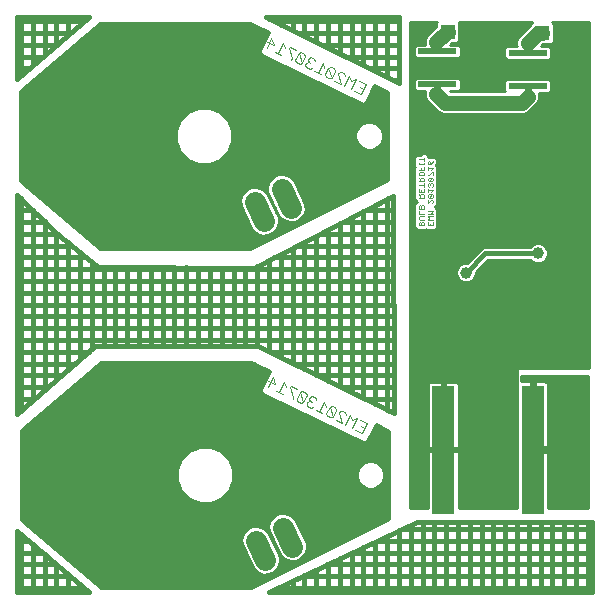
<source format=gbl>
G75*
G70*
%OFA0B0*%
%FSLAX24Y24*%
%IPPOS*%
%LPD*%
%AMOC8*
5,1,8,0,0,1.08239X$1,22.5*
%
%ADD10C,0.0030*%
%ADD11C,0.0040*%
%ADD12C,0.0709*%
%ADD13R,0.1299X0.0512*%
%ADD14R,0.0197X0.0354*%
%ADD15R,0.1299X0.0197*%
%ADD16R,0.0750X0.4250*%
%ADD17C,0.0100*%
%ADD18C,0.0396*%
%ADD19C,0.0120*%
%ADD20C,0.0160*%
%ADD21C,0.0240*%
%ADD22C,0.0500*%
%ADD23R,0.0500X0.0500*%
D10*
X010799Y012645D02*
X011021Y012537D01*
X010910Y012591D02*
X011072Y012924D01*
X011129Y012759D01*
X011265Y012761D02*
X011379Y012431D01*
X011296Y012403D01*
X011185Y012457D01*
X011157Y012539D01*
X011265Y012761D01*
X011348Y012790D01*
X011458Y012736D01*
X011487Y012653D01*
X011379Y012431D01*
X011461Y012322D02*
X011683Y012214D01*
X011569Y012544D01*
X011596Y012600D01*
X011679Y012628D01*
X011790Y012574D01*
X011818Y012492D01*
X011954Y012494D02*
X011792Y012161D01*
X012014Y012053D02*
X012176Y012386D01*
X012011Y012329D01*
X011954Y012494D01*
X012285Y012332D02*
X012507Y012224D01*
X012345Y011891D01*
X012123Y011999D01*
X012315Y012112D02*
X012426Y012058D01*
X010825Y012976D02*
X010796Y013058D01*
X010685Y013113D01*
X010603Y013084D01*
X010576Y013029D01*
X010604Y012946D01*
X010522Y012918D01*
X010495Y012862D01*
X010523Y012780D01*
X010634Y012726D01*
X010717Y012754D01*
X010660Y012919D02*
X010604Y012946D01*
X010386Y012915D02*
X010272Y013246D01*
X010164Y013024D01*
X010192Y012941D01*
X010303Y012887D01*
X010386Y012915D01*
X010494Y013137D01*
X010465Y013220D01*
X010354Y013274D01*
X010272Y013246D01*
X010190Y013354D02*
X009968Y013463D01*
X009941Y013407D01*
X010055Y013077D01*
X010027Y013021D01*
X009696Y013183D02*
X009475Y013291D01*
X009585Y013237D02*
X009748Y013570D01*
X009805Y013405D01*
X009447Y013511D02*
X009225Y013619D01*
X009361Y013758D02*
X009447Y013511D01*
X009361Y013758D02*
X009199Y013426D01*
X012305Y023190D02*
X012083Y023299D01*
X011974Y023352D02*
X012137Y023685D01*
X011972Y023628D01*
X011915Y023793D01*
X011752Y023460D01*
X011643Y023513D02*
X011530Y023843D01*
X011557Y023899D01*
X011639Y023927D01*
X011750Y023873D01*
X011779Y023791D01*
X011643Y023513D02*
X011421Y023622D01*
X011339Y023730D02*
X011226Y024060D01*
X011117Y023839D01*
X011146Y023756D01*
X011257Y023702D01*
X011339Y023730D01*
X011448Y023952D01*
X011419Y024035D01*
X011308Y024089D01*
X011226Y024060D01*
X011089Y024058D02*
X011033Y024223D01*
X010870Y023890D01*
X010981Y023836D02*
X010759Y023945D01*
X010677Y024053D02*
X010595Y024025D01*
X010484Y024079D01*
X010455Y024161D01*
X010482Y024217D01*
X010565Y024245D01*
X010620Y024218D01*
X010565Y024245D02*
X010537Y024328D01*
X010564Y024383D01*
X010646Y024412D01*
X010757Y024358D01*
X010785Y024275D01*
X010454Y024437D02*
X010426Y024519D01*
X010315Y024573D01*
X010233Y024545D01*
X010346Y024215D01*
X010264Y024186D01*
X010153Y024240D01*
X010124Y024323D01*
X010233Y024545D01*
X010150Y024653D02*
X009929Y024762D01*
X009901Y024706D01*
X010015Y024376D01*
X009988Y024321D01*
X010346Y024215D02*
X010454Y024437D01*
X009765Y024704D02*
X009708Y024869D01*
X009546Y024536D01*
X009657Y024482D02*
X009435Y024590D01*
X009407Y024810D02*
X009185Y024918D01*
X009160Y024725D02*
X009322Y025058D01*
X009407Y024810D01*
X012246Y023632D02*
X012468Y023523D01*
X012305Y023190D01*
X012387Y023357D02*
X012276Y023411D01*
D11*
X014239Y021012D02*
X014399Y021012D01*
X014399Y021065D02*
X014399Y020958D01*
X014399Y020889D02*
X014399Y020835D01*
X014399Y020862D02*
X014239Y020862D01*
X014239Y020835D02*
X014239Y020889D01*
X014319Y020705D02*
X014319Y020651D01*
X014239Y020651D02*
X014399Y020651D01*
X014399Y020758D01*
X014539Y020758D02*
X014539Y020651D01*
X014539Y020705D02*
X014699Y020705D01*
X014646Y020651D01*
X014673Y020574D02*
X014566Y020467D01*
X014539Y020467D01*
X014566Y020390D02*
X014539Y020363D01*
X014539Y020310D01*
X014566Y020283D01*
X014673Y020390D01*
X014566Y020390D01*
X014673Y020390D02*
X014699Y020363D01*
X014699Y020310D01*
X014673Y020283D01*
X014566Y020283D01*
X014566Y020206D02*
X014539Y020179D01*
X014539Y020125D01*
X014566Y020099D01*
X014619Y020152D02*
X014619Y020179D01*
X014593Y020206D01*
X014566Y020206D01*
X014619Y020179D02*
X014646Y020206D01*
X014673Y020206D01*
X014699Y020179D01*
X014699Y020125D01*
X014673Y020099D01*
X014699Y019968D02*
X014539Y019968D01*
X014539Y019915D02*
X014539Y020021D01*
X014399Y020021D02*
X014399Y019915D01*
X014239Y019915D01*
X014239Y020021D01*
X014319Y019968D02*
X014319Y019915D01*
X014319Y019837D02*
X014293Y019811D01*
X014293Y019730D01*
X014239Y019730D02*
X014399Y019730D01*
X014399Y019811D01*
X014373Y019837D01*
X014319Y019837D01*
X014293Y019784D02*
X014239Y019837D01*
X014399Y020099D02*
X014399Y020206D01*
X014399Y020152D02*
X014239Y020152D01*
X014239Y020283D02*
X014399Y020283D01*
X014399Y020363D01*
X014373Y020390D01*
X014319Y020390D01*
X014293Y020363D01*
X014293Y020283D01*
X014293Y020336D02*
X014239Y020390D01*
X014266Y020467D02*
X014239Y020494D01*
X014239Y020547D01*
X014266Y020574D01*
X014373Y020574D01*
X014399Y020547D01*
X014399Y020494D01*
X014373Y020467D01*
X014266Y020467D01*
X014673Y020574D02*
X014699Y020574D01*
X014699Y020467D01*
X014619Y020835D02*
X014619Y020915D01*
X014593Y020942D01*
X014566Y020942D01*
X014539Y020915D01*
X014539Y020862D01*
X014566Y020835D01*
X014619Y020835D01*
X014673Y020889D01*
X014699Y020942D01*
X014699Y019968D02*
X014646Y019915D01*
X014673Y019837D02*
X014566Y019730D01*
X014539Y019757D01*
X014539Y019811D01*
X014566Y019837D01*
X014673Y019837D01*
X014699Y019811D01*
X014699Y019757D01*
X014673Y019730D01*
X014566Y019730D01*
X014539Y019653D02*
X014539Y019546D01*
X014646Y019653D01*
X014673Y019653D01*
X014699Y019626D01*
X014699Y019573D01*
X014673Y019546D01*
X014699Y019285D02*
X014539Y019285D01*
X014539Y019178D02*
X014699Y019178D01*
X014646Y019231D01*
X014699Y019285D01*
X014699Y019101D02*
X014539Y019101D01*
X014593Y019047D01*
X014539Y018994D01*
X014699Y018994D01*
X014699Y018916D02*
X014699Y018810D01*
X014539Y018810D01*
X014539Y018916D01*
X014619Y018863D02*
X014619Y018810D01*
X014399Y018810D02*
X014399Y018890D01*
X014373Y018916D01*
X014346Y018916D01*
X014319Y018890D01*
X014319Y018810D01*
X014239Y018810D02*
X014399Y018810D01*
X014319Y018890D02*
X014293Y018916D01*
X014266Y018916D01*
X014239Y018890D01*
X014239Y018810D01*
X014266Y018994D02*
X014239Y019021D01*
X014239Y019074D01*
X014266Y019101D01*
X014399Y019101D01*
X014399Y019178D02*
X014239Y019178D01*
X014239Y019285D01*
X014239Y019362D02*
X014239Y019442D01*
X014266Y019469D01*
X014293Y019469D01*
X014319Y019442D01*
X014319Y019362D01*
X014239Y019362D02*
X014399Y019362D01*
X014399Y019442D01*
X014373Y019469D01*
X014346Y019469D01*
X014319Y019442D01*
X014266Y018994D02*
X014399Y018994D01*
D12*
X009981Y019393D02*
X009670Y020030D01*
X008771Y019592D02*
X009082Y018955D01*
X009710Y008731D02*
X010020Y008094D01*
X009121Y007656D02*
X008811Y008293D01*
D13*
X014849Y024052D03*
X017869Y024002D03*
D14*
X017869Y023372D03*
X017869Y024632D03*
X014849Y024682D03*
X014849Y023422D03*
D15*
X014849Y023501D03*
X014849Y024604D03*
X017869Y024554D03*
X017869Y023451D03*
D16*
X018054Y011322D03*
X015054Y011322D03*
D17*
X015004Y011343D02*
X013954Y011343D01*
X013954Y011245D02*
X014529Y011245D01*
X014529Y011272D02*
X014529Y009377D01*
X013954Y009377D01*
X013954Y025567D01*
X014830Y025567D01*
X014819Y025556D01*
X014819Y025435D01*
X014493Y025126D01*
X014432Y024988D01*
X014427Y024837D01*
X014429Y024832D01*
X014146Y024832D01*
X014070Y024756D01*
X014070Y024451D01*
X014146Y024375D01*
X015553Y024375D01*
X015629Y024451D01*
X015629Y024756D01*
X015553Y024832D01*
X015288Y024832D01*
X015331Y024872D01*
X015503Y024872D01*
X015579Y024949D01*
X015579Y025556D01*
X015568Y025567D01*
X018010Y025567D01*
X017969Y025526D01*
X017969Y025510D01*
X017897Y025438D01*
X017547Y025088D01*
X017489Y024948D01*
X017489Y024797D01*
X017495Y024782D01*
X017166Y024782D01*
X017090Y024706D01*
X017090Y024401D01*
X017166Y024325D01*
X018573Y024325D01*
X018649Y024401D01*
X018649Y024706D01*
X018573Y024782D01*
X018316Y024782D01*
X018377Y024842D01*
X018653Y024842D01*
X018729Y024919D01*
X018729Y025526D01*
X018688Y025567D01*
X019894Y025567D01*
X019894Y014038D01*
X017516Y014052D01*
X017500Y009377D01*
X015579Y009377D01*
X015579Y011272D01*
X015104Y011272D01*
X015104Y011372D01*
X015579Y011372D01*
X015579Y013467D01*
X015569Y013505D01*
X015549Y013539D01*
X015521Y013567D01*
X015487Y013587D01*
X015449Y013597D01*
X015104Y013597D01*
X015104Y011372D01*
X015004Y011372D01*
X015004Y011272D01*
X014529Y011272D01*
X014529Y011372D02*
X015004Y011372D01*
X015004Y013597D01*
X014660Y013597D01*
X014621Y013587D01*
X014587Y013567D01*
X014559Y013539D01*
X014540Y013505D01*
X014529Y013467D01*
X014529Y011372D01*
X014529Y011442D02*
X013954Y011442D01*
X013954Y011540D02*
X014529Y011540D01*
X014529Y011639D02*
X013954Y011639D01*
X013954Y011737D02*
X014529Y011737D01*
X014529Y011836D02*
X013954Y011836D01*
X013954Y011934D02*
X014529Y011934D01*
X014529Y012033D02*
X013954Y012033D01*
X013954Y012131D02*
X014529Y012131D01*
X014529Y012230D02*
X013954Y012230D01*
X013954Y012328D02*
X014529Y012328D01*
X014529Y012427D02*
X013954Y012427D01*
X013954Y012525D02*
X014529Y012525D01*
X014529Y012624D02*
X013954Y012624D01*
X013954Y012722D02*
X014529Y012722D01*
X014529Y012821D02*
X013954Y012821D01*
X013954Y012919D02*
X014529Y012919D01*
X014529Y013018D02*
X013954Y013018D01*
X013954Y013116D02*
X014529Y013116D01*
X014529Y013215D02*
X013954Y013215D01*
X013954Y013313D02*
X014529Y013313D01*
X014529Y013412D02*
X013954Y013412D01*
X013954Y013510D02*
X014542Y013510D01*
X015004Y013510D02*
X015104Y013510D01*
X015104Y013412D02*
X015004Y013412D01*
X015004Y013313D02*
X015104Y013313D01*
X015104Y013215D02*
X015004Y013215D01*
X015004Y013116D02*
X015104Y013116D01*
X015104Y013018D02*
X015004Y013018D01*
X015004Y012919D02*
X015104Y012919D01*
X015104Y012821D02*
X015004Y012821D01*
X015004Y012722D02*
X015104Y012722D01*
X015104Y012624D02*
X015004Y012624D01*
X015004Y012525D02*
X015104Y012525D01*
X015104Y012427D02*
X015004Y012427D01*
X015004Y012328D02*
X015104Y012328D01*
X015104Y012230D02*
X015004Y012230D01*
X015004Y012131D02*
X015104Y012131D01*
X015104Y012033D02*
X015004Y012033D01*
X015004Y011934D02*
X015104Y011934D01*
X015104Y011836D02*
X015004Y011836D01*
X015004Y011737D02*
X015104Y011737D01*
X015104Y011639D02*
X015004Y011639D01*
X015004Y011540D02*
X015104Y011540D01*
X015104Y011442D02*
X015004Y011442D01*
X015104Y011343D02*
X017507Y011343D01*
X017507Y011245D02*
X015579Y011245D01*
X015579Y011146D02*
X017506Y011146D01*
X017506Y011048D02*
X015579Y011048D01*
X015579Y010949D02*
X017506Y010949D01*
X017505Y010851D02*
X015579Y010851D01*
X015579Y010752D02*
X017505Y010752D01*
X017505Y010654D02*
X015579Y010654D01*
X015579Y010555D02*
X017504Y010555D01*
X017504Y010457D02*
X015579Y010457D01*
X015579Y010358D02*
X017504Y010358D01*
X017503Y010260D02*
X015579Y010260D01*
X015579Y010161D02*
X017503Y010161D01*
X017503Y010063D02*
X015579Y010063D01*
X015579Y009964D02*
X017502Y009964D01*
X017502Y009866D02*
X015579Y009866D01*
X015579Y009767D02*
X017502Y009767D01*
X017501Y009669D02*
X015579Y009669D01*
X015579Y009570D02*
X017501Y009570D01*
X017501Y009472D02*
X015579Y009472D01*
X014529Y009472D02*
X013954Y009472D01*
X013954Y009570D02*
X014529Y009570D01*
X014529Y009669D02*
X013954Y009669D01*
X013954Y009767D02*
X014529Y009767D01*
X014529Y009866D02*
X013954Y009866D01*
X013954Y009964D02*
X014529Y009964D01*
X014529Y010063D02*
X013954Y010063D01*
X013954Y010161D02*
X014529Y010161D01*
X014529Y010260D02*
X013954Y010260D01*
X013954Y010358D02*
X014529Y010358D01*
X014529Y010457D02*
X013954Y010457D01*
X013954Y010555D02*
X014529Y010555D01*
X014529Y010654D02*
X013954Y010654D01*
X013954Y010752D02*
X014529Y010752D01*
X014529Y010851D02*
X013954Y010851D01*
X013954Y010949D02*
X014529Y010949D01*
X014529Y011048D02*
X013954Y011048D01*
X013954Y011146D02*
X014529Y011146D01*
X015579Y011442D02*
X017507Y011442D01*
X017508Y011540D02*
X015579Y011540D01*
X015579Y011639D02*
X017508Y011639D01*
X017508Y011737D02*
X015579Y011737D01*
X015579Y011836D02*
X017509Y011836D01*
X017509Y011934D02*
X015579Y011934D01*
X015579Y012033D02*
X017509Y012033D01*
X017510Y012131D02*
X015579Y012131D01*
X015579Y012230D02*
X017510Y012230D01*
X017510Y012328D02*
X015579Y012328D01*
X015579Y012427D02*
X017511Y012427D01*
X017511Y012525D02*
X015579Y012525D01*
X015579Y012624D02*
X017511Y012624D01*
X017512Y012722D02*
X015579Y012722D01*
X015579Y012821D02*
X017512Y012821D01*
X017512Y012919D02*
X015579Y012919D01*
X015579Y013018D02*
X017513Y013018D01*
X017513Y013116D02*
X015579Y013116D01*
X015579Y013215D02*
X017513Y013215D01*
X017514Y013313D02*
X015579Y013313D01*
X015579Y013412D02*
X017514Y013412D01*
X017515Y013510D02*
X015566Y013510D01*
X013954Y013609D02*
X017515Y013609D01*
X017515Y013707D02*
X013954Y013707D01*
X013954Y013806D02*
X017516Y013806D01*
X017516Y013904D02*
X013954Y013904D01*
X013954Y014003D02*
X017516Y014003D01*
X019894Y014101D02*
X013954Y014101D01*
X013954Y014200D02*
X019894Y014200D01*
X019894Y014298D02*
X013954Y014298D01*
X013954Y014397D02*
X019894Y014397D01*
X019894Y014495D02*
X013954Y014495D01*
X013954Y014594D02*
X019894Y014594D01*
X019894Y014692D02*
X013954Y014692D01*
X013954Y014791D02*
X019894Y014791D01*
X019894Y014889D02*
X013954Y014889D01*
X013954Y014988D02*
X019894Y014988D01*
X019894Y015086D02*
X013954Y015086D01*
X013954Y015185D02*
X019894Y015185D01*
X019894Y015283D02*
X013954Y015283D01*
X013954Y015382D02*
X019894Y015382D01*
X019894Y015480D02*
X013954Y015480D01*
X013954Y015579D02*
X019894Y015579D01*
X019894Y015677D02*
X013954Y015677D01*
X013954Y015776D02*
X019894Y015776D01*
X019894Y015874D02*
X013954Y015874D01*
X013954Y015973D02*
X019894Y015973D01*
X019894Y016071D02*
X013954Y016071D01*
X013954Y016170D02*
X019894Y016170D01*
X019894Y016268D02*
X013954Y016268D01*
X013954Y016367D02*
X019894Y016367D01*
X019894Y016465D02*
X013954Y016465D01*
X013954Y016564D02*
X019894Y016564D01*
X019894Y016662D02*
X013954Y016662D01*
X013954Y016761D02*
X019894Y016761D01*
X019894Y016859D02*
X013954Y016859D01*
X013954Y016958D02*
X015620Y016958D01*
X015623Y016954D02*
X015744Y016904D01*
X015875Y016904D01*
X015995Y016954D01*
X016087Y017047D01*
X016137Y017167D01*
X016137Y017263D01*
X016536Y017662D01*
X017955Y017662D01*
X018023Y017594D01*
X018144Y017544D01*
X018275Y017544D01*
X018395Y017594D01*
X018487Y017687D01*
X018537Y017807D01*
X018537Y017938D01*
X018487Y018058D01*
X018395Y018151D01*
X018275Y018200D01*
X018144Y018200D01*
X018023Y018151D01*
X017955Y018082D01*
X016362Y018082D01*
X015840Y017560D01*
X015744Y017560D01*
X015623Y017511D01*
X015531Y017418D01*
X015481Y017298D01*
X015481Y017167D01*
X015531Y017047D01*
X015623Y016954D01*
X015527Y017056D02*
X013954Y017056D01*
X013954Y017155D02*
X015486Y017155D01*
X015481Y017253D02*
X013954Y017253D01*
X013954Y017352D02*
X015504Y017352D01*
X015563Y017450D02*
X013954Y017450D01*
X013954Y017549D02*
X015716Y017549D01*
X015927Y017647D02*
X013954Y017647D01*
X013954Y017746D02*
X016026Y017746D01*
X016124Y017844D02*
X013954Y017844D01*
X013954Y017943D02*
X016223Y017943D01*
X016321Y018041D02*
X013954Y018041D01*
X013954Y018140D02*
X018013Y018140D01*
X018406Y018140D02*
X019894Y018140D01*
X019894Y018238D02*
X013954Y018238D01*
X013954Y018337D02*
X019894Y018337D01*
X019894Y018435D02*
X013954Y018435D01*
X013954Y018534D02*
X019894Y018534D01*
X019894Y018632D02*
X013954Y018632D01*
X013954Y018731D02*
X014106Y018731D01*
X014089Y018748D02*
X014177Y018660D01*
X014462Y018660D01*
X014469Y018668D01*
X014477Y018660D01*
X014762Y018660D01*
X014849Y018748D01*
X014849Y019116D01*
X014849Y019116D01*
X014849Y019179D01*
X014849Y019285D01*
X014849Y019347D01*
X014767Y019429D01*
X014849Y019511D01*
X014849Y019689D01*
X014846Y019692D01*
X014849Y019695D01*
X014849Y019873D01*
X014833Y019889D01*
X014849Y019906D01*
X014849Y019969D01*
X014849Y020030D01*
X014849Y020030D01*
X014849Y020030D01*
X014833Y020047D01*
X014849Y020063D01*
X014849Y020241D01*
X014846Y020244D01*
X014849Y020248D01*
X014849Y020636D01*
X014846Y020639D01*
X014849Y020643D01*
X014849Y020705D01*
X014849Y020767D01*
X014806Y020810D01*
X014823Y020827D01*
X014823Y020853D01*
X014861Y020931D01*
X014822Y021049D01*
X014711Y021104D01*
X014660Y021087D01*
X014655Y021092D01*
X014549Y021092D01*
X014549Y021127D01*
X014462Y021215D01*
X014337Y021215D01*
X014284Y021162D01*
X014177Y021162D01*
X014089Y021074D01*
X014089Y020773D01*
X014119Y020743D01*
X014089Y020713D01*
X014089Y020221D01*
X014093Y020218D01*
X014089Y020214D01*
X014089Y020090D01*
X014093Y020087D01*
X014089Y020084D01*
X014089Y019668D01*
X014171Y019586D01*
X014089Y019504D01*
X014089Y018958D01*
X014093Y018955D01*
X014089Y018952D01*
X014089Y018748D01*
X014089Y018829D02*
X013954Y018829D01*
X013954Y018928D02*
X014089Y018928D01*
X014089Y019026D02*
X013954Y019026D01*
X013954Y019125D02*
X014089Y019125D01*
X014089Y019223D02*
X013954Y019223D01*
X013954Y019322D02*
X014089Y019322D01*
X014089Y019420D02*
X013954Y019420D01*
X013954Y019519D02*
X014104Y019519D01*
X014140Y019617D02*
X013954Y019617D01*
X013954Y019716D02*
X014089Y019716D01*
X014089Y019814D02*
X013954Y019814D01*
X013954Y019913D02*
X014089Y019913D01*
X014089Y020011D02*
X013954Y020011D01*
X013954Y020110D02*
X014089Y020110D01*
X014089Y020208D02*
X013954Y020208D01*
X013954Y020307D02*
X014089Y020307D01*
X014089Y020405D02*
X013954Y020405D01*
X013954Y020504D02*
X014089Y020504D01*
X014089Y020602D02*
X013954Y020602D01*
X013954Y020701D02*
X014089Y020701D01*
X014089Y020799D02*
X013954Y020799D01*
X013954Y020898D02*
X014089Y020898D01*
X014089Y020996D02*
X013954Y020996D01*
X013954Y021095D02*
X014110Y021095D01*
X013954Y021193D02*
X014316Y021193D01*
X014483Y021193D02*
X019894Y021193D01*
X019894Y021095D02*
X014730Y021095D01*
X014683Y021095D02*
X014549Y021095D01*
X014840Y020996D02*
X019894Y020996D01*
X019894Y020898D02*
X014845Y020898D01*
X014817Y020799D02*
X019894Y020799D01*
X019894Y020701D02*
X014849Y020701D01*
X014849Y020767D02*
X014849Y020767D01*
X014849Y020767D01*
X014849Y020602D02*
X019894Y020602D01*
X019894Y020504D02*
X014849Y020504D01*
X014849Y020405D02*
X019894Y020405D01*
X019894Y020307D02*
X014849Y020307D01*
X014849Y020208D02*
X019894Y020208D01*
X019894Y020110D02*
X014849Y020110D01*
X014849Y020011D02*
X019894Y020011D01*
X019894Y019913D02*
X014849Y019913D01*
X014849Y019814D02*
X019894Y019814D01*
X019894Y019716D02*
X014849Y019716D01*
X014849Y019617D02*
X019894Y019617D01*
X019894Y019519D02*
X014849Y019519D01*
X014776Y019420D02*
X019894Y019420D01*
X019894Y019322D02*
X014849Y019322D01*
X014849Y019347D02*
X014849Y019347D01*
X014849Y019347D01*
X014849Y019223D02*
X019894Y019223D01*
X019894Y019125D02*
X014849Y019125D01*
X014849Y019026D02*
X019894Y019026D01*
X019894Y018928D02*
X014849Y018928D01*
X014849Y018829D02*
X019894Y018829D01*
X019894Y018731D02*
X014833Y018731D01*
X016226Y017352D02*
X019894Y017352D01*
X019894Y017450D02*
X016324Y017450D01*
X016423Y017549D02*
X018133Y017549D01*
X018285Y017549D02*
X019894Y017549D01*
X019894Y017647D02*
X018448Y017647D01*
X018512Y017746D02*
X019894Y017746D01*
X019894Y017844D02*
X018537Y017844D01*
X018535Y017943D02*
X019894Y017943D01*
X019894Y018041D02*
X018494Y018041D01*
X017970Y017647D02*
X016521Y017647D01*
X016137Y017253D02*
X019894Y017253D01*
X019894Y017155D02*
X016132Y017155D01*
X016091Y017056D02*
X019894Y017056D01*
X019894Y016958D02*
X015999Y016958D01*
X013200Y020326D02*
X008610Y018030D01*
X003597Y018030D01*
X000952Y020298D01*
X000952Y023287D01*
X003597Y025554D01*
X008610Y025554D01*
X009227Y025246D01*
X008940Y024657D01*
X008935Y024641D01*
X008932Y024624D01*
X008931Y024607D01*
X008932Y024590D01*
X008935Y024574D01*
X008941Y024558D01*
X008948Y024542D01*
X002417Y024542D01*
X002532Y024641D02*
X008935Y024641D01*
X008948Y024542D02*
X008958Y024528D01*
X008969Y024515D01*
X008982Y024504D01*
X008996Y024495D01*
X012324Y022872D01*
X012341Y022866D01*
X012357Y022863D01*
X012374Y022862D01*
X012391Y022863D01*
X012408Y022866D01*
X012424Y022872D01*
X012439Y022880D01*
X012453Y022889D01*
X012466Y022900D01*
X012477Y022913D01*
X012487Y022927D01*
X012757Y023481D01*
X013200Y023259D01*
X013200Y020326D01*
X013162Y020307D02*
X010074Y020307D01*
X010063Y020329D02*
X009919Y020457D01*
X009737Y020519D01*
X009544Y020508D01*
X009371Y020423D01*
X009244Y020279D01*
X009181Y020097D01*
X009193Y019904D01*
X009588Y019094D01*
X009732Y018967D01*
X009914Y018904D01*
X010107Y018916D01*
X010280Y019000D01*
X010407Y019144D01*
X010470Y019327D01*
X010458Y019519D01*
X010063Y020329D01*
X009977Y020405D02*
X013200Y020405D01*
X013200Y020504D02*
X009782Y020504D01*
X009536Y020504D02*
X000952Y020504D01*
X000952Y020602D02*
X013200Y020602D01*
X013200Y020701D02*
X000952Y020701D01*
X000952Y020799D02*
X013200Y020799D01*
X013200Y020898D02*
X007366Y020898D01*
X007263Y020855D02*
X007608Y020998D01*
X007872Y021261D01*
X008014Y021606D01*
X008014Y021979D01*
X007872Y022323D01*
X007608Y022587D01*
X007263Y022730D01*
X006890Y022730D01*
X006546Y022587D01*
X006282Y022323D01*
X006139Y021979D01*
X006139Y021606D01*
X006282Y021261D01*
X006546Y020998D01*
X006890Y020855D01*
X007263Y020855D01*
X007604Y020996D02*
X013200Y020996D01*
X013200Y021095D02*
X007705Y021095D01*
X007803Y021193D02*
X013200Y021193D01*
X013200Y021292D02*
X007884Y021292D01*
X007925Y021390D02*
X012350Y021390D01*
X012326Y021400D02*
X012496Y021330D01*
X012680Y021330D01*
X012850Y021400D01*
X012980Y021530D01*
X013050Y021700D01*
X013050Y021884D01*
X012980Y022054D01*
X012850Y022185D01*
X012680Y022255D01*
X012496Y022255D01*
X012326Y022185D01*
X012196Y022054D01*
X012125Y021884D01*
X012125Y021700D01*
X012196Y021530D01*
X012326Y021400D01*
X012238Y021489D02*
X007966Y021489D01*
X008006Y021587D02*
X012172Y021587D01*
X012131Y021686D02*
X008014Y021686D01*
X008014Y021784D02*
X012125Y021784D01*
X012125Y021883D02*
X008014Y021883D01*
X008013Y021981D02*
X012165Y021981D01*
X012221Y022080D02*
X007972Y022080D01*
X007932Y022178D02*
X012320Y022178D01*
X012856Y022178D02*
X013200Y022178D01*
X013200Y022080D02*
X012955Y022080D01*
X013010Y021981D02*
X013200Y021981D01*
X013200Y021883D02*
X013050Y021883D01*
X013050Y021784D02*
X013200Y021784D01*
X013200Y021686D02*
X013044Y021686D01*
X013003Y021587D02*
X013200Y021587D01*
X013200Y021489D02*
X012938Y021489D01*
X012825Y021390D02*
X013200Y021390D01*
X013954Y021390D02*
X019894Y021390D01*
X019894Y021292D02*
X013954Y021292D01*
X013954Y021489D02*
X019894Y021489D01*
X019894Y021587D02*
X013954Y021587D01*
X013954Y021686D02*
X019894Y021686D01*
X019894Y021784D02*
X013954Y021784D01*
X013954Y021883D02*
X019894Y021883D01*
X019894Y021981D02*
X013954Y021981D01*
X013954Y022080D02*
X019894Y022080D01*
X019894Y022178D02*
X013954Y022178D01*
X013954Y022277D02*
X019894Y022277D01*
X019894Y022375D02*
X013954Y022375D01*
X013954Y022474D02*
X019894Y022474D01*
X019894Y022572D02*
X017887Y022572D01*
X017885Y022570D02*
X018191Y022877D01*
X018249Y023017D01*
X018249Y023168D01*
X018227Y023223D01*
X018573Y023223D01*
X018649Y023299D01*
X018649Y023603D01*
X018573Y023680D01*
X017166Y023680D01*
X017090Y023603D01*
X017090Y023299D01*
X017116Y023272D01*
X015267Y023272D01*
X015266Y023273D01*
X015553Y023273D01*
X015629Y023349D01*
X015629Y023653D01*
X015553Y023730D01*
X014146Y023730D01*
X014070Y023653D01*
X014070Y023349D01*
X014146Y023273D01*
X014431Y023273D01*
X014429Y023268D01*
X014429Y023117D01*
X014487Y022977D01*
X014787Y022677D01*
X014894Y022570D01*
X015034Y022512D01*
X017745Y022512D01*
X017885Y022570D01*
X017985Y022671D02*
X019894Y022671D01*
X019894Y022769D02*
X018084Y022769D01*
X018182Y022868D02*
X019894Y022868D01*
X019894Y022966D02*
X018228Y022966D01*
X018249Y023065D02*
X019894Y023065D01*
X019894Y023163D02*
X018249Y023163D01*
X018612Y023262D02*
X019894Y023262D01*
X019894Y023360D02*
X018649Y023360D01*
X018649Y023459D02*
X019894Y023459D01*
X019894Y023557D02*
X018649Y023557D01*
X018597Y023656D02*
X019894Y023656D01*
X019894Y023754D02*
X013954Y023754D01*
X013954Y023656D02*
X014072Y023656D01*
X014070Y023557D02*
X013954Y023557D01*
X013954Y023459D02*
X014070Y023459D01*
X014070Y023360D02*
X013954Y023360D01*
X013954Y023262D02*
X014429Y023262D01*
X014429Y023163D02*
X013954Y023163D01*
X013954Y023065D02*
X014451Y023065D01*
X014498Y022966D02*
X013954Y022966D01*
X013954Y022868D02*
X014597Y022868D01*
X014695Y022769D02*
X013954Y022769D01*
X013954Y022671D02*
X014794Y022671D01*
X014892Y022572D02*
X013954Y022572D01*
X013200Y022572D02*
X007623Y022572D01*
X007721Y022474D02*
X013200Y022474D01*
X013200Y022375D02*
X007820Y022375D01*
X007891Y022277D02*
X013200Y022277D01*
X013200Y022671D02*
X007406Y022671D01*
X006748Y022671D02*
X000952Y022671D01*
X000952Y022769D02*
X013200Y022769D01*
X013200Y022868D02*
X012412Y022868D01*
X012336Y022868D02*
X000952Y022868D01*
X000952Y022966D02*
X012130Y022966D01*
X011928Y023065D02*
X000952Y023065D01*
X000952Y023163D02*
X011726Y023163D01*
X011524Y023262D02*
X000952Y023262D01*
X001038Y023360D02*
X011322Y023360D01*
X011120Y023459D02*
X001153Y023459D01*
X001267Y023557D02*
X010918Y023557D01*
X010716Y023656D02*
X001382Y023656D01*
X001497Y023754D02*
X010515Y023754D01*
X010313Y023853D02*
X001612Y023853D01*
X001727Y023951D02*
X010111Y023951D01*
X009909Y024050D02*
X001842Y024050D01*
X001957Y024148D02*
X009707Y024148D01*
X009505Y024247D02*
X002072Y024247D01*
X002187Y024345D02*
X009303Y024345D01*
X009101Y024444D02*
X002302Y024444D01*
X002646Y024739D02*
X008980Y024739D01*
X009028Y024838D02*
X002761Y024838D01*
X002876Y024936D02*
X009076Y024936D01*
X009124Y025035D02*
X002991Y025035D01*
X003106Y025133D02*
X009172Y025133D01*
X009220Y025232D02*
X003221Y025232D01*
X003336Y025330D02*
X009058Y025330D01*
X008861Y025429D02*
X003451Y025429D01*
X003566Y025527D02*
X008664Y025527D01*
X006531Y022572D02*
X000952Y022572D01*
X000952Y022474D02*
X006432Y022474D01*
X006334Y022375D02*
X000952Y022375D01*
X000952Y022277D02*
X006263Y022277D01*
X006222Y022178D02*
X000952Y022178D01*
X000952Y022080D02*
X006181Y022080D01*
X006140Y021981D02*
X000952Y021981D01*
X000952Y021883D02*
X006139Y021883D01*
X006139Y021784D02*
X000952Y021784D01*
X000952Y021686D02*
X006139Y021686D01*
X006147Y021587D02*
X000952Y021587D01*
X000952Y021489D02*
X006188Y021489D01*
X006229Y021390D02*
X000952Y021390D01*
X000952Y021292D02*
X006270Y021292D01*
X006350Y021193D02*
X000952Y021193D01*
X000952Y021095D02*
X006449Y021095D01*
X006550Y020996D02*
X000952Y020996D01*
X000952Y020898D02*
X006787Y020898D01*
X008345Y019840D02*
X008282Y019658D01*
X008294Y019466D01*
X008689Y018656D01*
X008833Y018528D01*
X009015Y018465D01*
X009208Y018477D01*
X009381Y018562D01*
X009509Y018706D01*
X009571Y018888D01*
X009560Y019081D01*
X009164Y019891D01*
X009020Y020018D01*
X008838Y020081D01*
X008646Y020069D01*
X008472Y019985D01*
X008345Y019840D01*
X008336Y019814D02*
X001516Y019814D01*
X001401Y019913D02*
X008409Y019913D01*
X008527Y020011D02*
X001287Y020011D01*
X001172Y020110D02*
X009185Y020110D01*
X009186Y020011D02*
X009028Y020011D01*
X009139Y019913D02*
X009192Y019913D01*
X009202Y019814D02*
X009237Y019814D01*
X009250Y019716D02*
X009285Y019716D01*
X009298Y019617D02*
X009333Y019617D01*
X009346Y019519D02*
X009381Y019519D01*
X009394Y019420D02*
X009429Y019420D01*
X009442Y019322D02*
X009477Y019322D01*
X009490Y019223D02*
X009525Y019223D01*
X009538Y019125D02*
X009573Y019125D01*
X009563Y019026D02*
X009665Y019026D01*
X009569Y018928D02*
X009845Y018928D01*
X010010Y018731D02*
X009517Y018731D01*
X009551Y018829D02*
X010207Y018829D01*
X010131Y018928D02*
X010404Y018928D01*
X010303Y019026D02*
X010601Y019026D01*
X010798Y019125D02*
X010390Y019125D01*
X010435Y019223D02*
X010995Y019223D01*
X011192Y019322D02*
X010468Y019322D01*
X010464Y019420D02*
X011389Y019420D01*
X011586Y019519D02*
X010458Y019519D01*
X010410Y019617D02*
X011783Y019617D01*
X011980Y019716D02*
X010362Y019716D01*
X010314Y019814D02*
X012177Y019814D01*
X012374Y019913D02*
X010266Y019913D01*
X010218Y020011D02*
X012571Y020011D01*
X012768Y020110D02*
X010170Y020110D01*
X010122Y020208D02*
X012965Y020208D01*
X013200Y022966D02*
X012506Y022966D01*
X012554Y023065D02*
X013200Y023065D01*
X013200Y023163D02*
X012602Y023163D01*
X012650Y023262D02*
X013195Y023262D01*
X012998Y023360D02*
X012698Y023360D01*
X012746Y023459D02*
X012801Y023459D01*
X013954Y023853D02*
X019894Y023853D01*
X019894Y023951D02*
X013954Y023951D01*
X013954Y024050D02*
X019894Y024050D01*
X019894Y024148D02*
X013954Y024148D01*
X013954Y024247D02*
X019894Y024247D01*
X019894Y024345D02*
X018593Y024345D01*
X018649Y024444D02*
X019894Y024444D01*
X019894Y024542D02*
X018649Y024542D01*
X018649Y024641D02*
X019894Y024641D01*
X019894Y024739D02*
X018615Y024739D01*
X018729Y024936D02*
X019894Y024936D01*
X019894Y024838D02*
X018372Y024838D01*
X018729Y025035D02*
X019894Y025035D01*
X019894Y025133D02*
X018729Y025133D01*
X018729Y025232D02*
X019894Y025232D01*
X019894Y025330D02*
X018729Y025330D01*
X018729Y025429D02*
X019894Y025429D01*
X019894Y025527D02*
X018728Y025527D01*
X017970Y025527D02*
X015579Y025527D01*
X015579Y025429D02*
X017888Y025429D01*
X017790Y025330D02*
X015579Y025330D01*
X015579Y025232D02*
X017691Y025232D01*
X017593Y025133D02*
X015579Y025133D01*
X015579Y025035D02*
X017525Y025035D01*
X017489Y024936D02*
X015567Y024936D01*
X015629Y024739D02*
X017123Y024739D01*
X017090Y024641D02*
X015629Y024641D01*
X015629Y024542D02*
X017090Y024542D01*
X017090Y024444D02*
X015621Y024444D01*
X015294Y024838D02*
X017489Y024838D01*
X017146Y024345D02*
X013954Y024345D01*
X013954Y024444D02*
X014077Y024444D01*
X014070Y024542D02*
X013954Y024542D01*
X013954Y024641D02*
X014070Y024641D01*
X014070Y024739D02*
X013954Y024739D01*
X013954Y024838D02*
X014427Y024838D01*
X014430Y024936D02*
X013954Y024936D01*
X013954Y025035D02*
X014452Y025035D01*
X014500Y025133D02*
X013954Y025133D01*
X013954Y025232D02*
X014605Y025232D01*
X014709Y025330D02*
X013954Y025330D01*
X013954Y025429D02*
X014813Y025429D01*
X014819Y025527D02*
X013954Y025527D01*
X015627Y023656D02*
X017142Y023656D01*
X017090Y023557D02*
X015629Y023557D01*
X015629Y023459D02*
X017090Y023459D01*
X017090Y023360D02*
X015629Y023360D01*
X009813Y018632D02*
X009443Y018632D01*
X009324Y018534D02*
X009616Y018534D01*
X009419Y018435D02*
X003125Y018435D01*
X003010Y018534D02*
X008827Y018534D01*
X008716Y018632D02*
X002895Y018632D01*
X002780Y018731D02*
X008652Y018731D01*
X008604Y018829D02*
X002666Y018829D01*
X002551Y018928D02*
X008556Y018928D01*
X008508Y019026D02*
X002436Y019026D01*
X002321Y019125D02*
X008460Y019125D01*
X008412Y019223D02*
X002206Y019223D01*
X002091Y019322D02*
X008364Y019322D01*
X008316Y019420D02*
X001976Y019420D01*
X001861Y019519D02*
X008291Y019519D01*
X008285Y019617D02*
X001746Y019617D01*
X001631Y019716D02*
X008302Y019716D01*
X009219Y020208D02*
X001057Y020208D01*
X000952Y020307D02*
X009268Y020307D01*
X009355Y020405D02*
X000952Y020405D01*
X003240Y018337D02*
X009222Y018337D01*
X009025Y018238D02*
X003355Y018238D01*
X003470Y018140D02*
X008828Y018140D01*
X008631Y018041D02*
X003585Y018041D01*
X003637Y014255D02*
X008649Y014255D01*
X009267Y013946D01*
X008980Y013358D01*
X008974Y013342D01*
X008971Y013325D01*
X008970Y013308D01*
X008971Y013291D01*
X008974Y013274D01*
X008980Y013258D01*
X008988Y013243D01*
X008997Y013229D01*
X009008Y013216D01*
X009021Y013205D01*
X009036Y013196D01*
X012364Y011572D01*
X012380Y011567D01*
X012397Y011564D01*
X012414Y011563D01*
X012431Y011564D01*
X012447Y011567D01*
X012463Y011573D01*
X012479Y011580D01*
X012493Y011590D01*
X012506Y011601D01*
X012517Y011614D01*
X012526Y011628D01*
X012796Y012182D01*
X013240Y011960D01*
X013240Y009027D01*
X008649Y006731D01*
X003637Y006731D01*
X000991Y008999D01*
X000991Y011988D01*
X003637Y014255D01*
X003572Y014200D02*
X008760Y014200D01*
X008957Y014101D02*
X003457Y014101D01*
X003342Y014003D02*
X009154Y014003D01*
X009246Y013904D02*
X003227Y013904D01*
X003112Y013806D02*
X009198Y013806D01*
X009150Y013707D02*
X002998Y013707D01*
X002883Y013609D02*
X009102Y013609D01*
X009054Y013510D02*
X002768Y013510D01*
X002653Y013412D02*
X009006Y013412D01*
X008970Y013313D02*
X002538Y013313D01*
X002423Y013215D02*
X009010Y013215D01*
X009198Y013116D02*
X002308Y013116D01*
X002193Y013018D02*
X009400Y013018D01*
X009602Y012919D02*
X002078Y012919D01*
X001963Y012821D02*
X009804Y012821D01*
X010006Y012722D02*
X001848Y012722D01*
X001733Y012624D02*
X010208Y012624D01*
X010410Y012525D02*
X001619Y012525D01*
X001504Y012427D02*
X010612Y012427D01*
X010814Y012328D02*
X001389Y012328D01*
X001274Y012230D02*
X011016Y012230D01*
X011218Y012131D02*
X001159Y012131D01*
X001044Y012033D02*
X011420Y012033D01*
X011622Y011934D02*
X000991Y011934D01*
X000991Y011836D02*
X011824Y011836D01*
X012026Y011737D02*
X000991Y011737D01*
X000991Y011639D02*
X012228Y011639D01*
X012531Y011639D02*
X013240Y011639D01*
X013240Y011737D02*
X012579Y011737D01*
X012627Y011836D02*
X013240Y011836D01*
X013240Y011934D02*
X012675Y011934D01*
X012723Y012033D02*
X013094Y012033D01*
X012897Y012131D02*
X012771Y012131D01*
X013240Y011540D02*
X000991Y011540D01*
X000991Y011442D02*
X013240Y011442D01*
X013240Y011343D02*
X007514Y011343D01*
X007647Y011288D02*
X007303Y011431D01*
X006930Y011431D01*
X006585Y011288D01*
X006322Y011024D01*
X006179Y010680D01*
X006179Y010307D01*
X006322Y009962D01*
X006585Y009699D01*
X006930Y009556D01*
X007303Y009556D01*
X007647Y009699D01*
X007911Y009962D01*
X008054Y010307D01*
X008054Y010680D01*
X007911Y011024D01*
X007647Y011288D01*
X007690Y011245D02*
X013240Y011245D01*
X013240Y011146D02*
X007789Y011146D01*
X007887Y011048D02*
X013240Y011048D01*
X013240Y010949D02*
X012735Y010949D01*
X012719Y010956D02*
X012535Y010956D01*
X012365Y010885D01*
X012235Y010755D01*
X012165Y010585D01*
X012165Y010401D01*
X012235Y010231D01*
X012365Y010101D01*
X012535Y010031D01*
X012719Y010031D01*
X012889Y010101D01*
X013019Y010231D01*
X013090Y010401D01*
X013090Y010585D01*
X013019Y010755D01*
X012889Y010885D01*
X012719Y010956D01*
X012520Y010949D02*
X007942Y010949D01*
X007983Y010851D02*
X012331Y010851D01*
X012234Y010752D02*
X008024Y010752D01*
X008054Y010654D02*
X012193Y010654D01*
X012165Y010555D02*
X008054Y010555D01*
X008054Y010457D02*
X012165Y010457D01*
X012183Y010358D02*
X008054Y010358D01*
X008034Y010260D02*
X012223Y010260D01*
X012305Y010161D02*
X007993Y010161D01*
X007953Y010063D02*
X012458Y010063D01*
X012796Y010063D02*
X013240Y010063D01*
X013240Y010161D02*
X012949Y010161D01*
X013031Y010260D02*
X013240Y010260D01*
X013240Y010358D02*
X013072Y010358D01*
X013090Y010457D02*
X013240Y010457D01*
X013240Y010555D02*
X013090Y010555D01*
X013061Y010654D02*
X013240Y010654D01*
X013240Y010752D02*
X013021Y010752D01*
X012924Y010851D02*
X013240Y010851D01*
X013240Y009964D02*
X007912Y009964D01*
X007814Y009866D02*
X013240Y009866D01*
X013240Y009767D02*
X007716Y009767D01*
X007575Y009669D02*
X013240Y009669D01*
X013240Y009570D02*
X007337Y009570D01*
X006895Y009570D02*
X000991Y009570D01*
X000991Y009472D02*
X013240Y009472D01*
X013240Y009373D02*
X000991Y009373D01*
X000991Y009275D02*
X013240Y009275D01*
X013240Y009176D02*
X009904Y009176D01*
X009958Y009157D02*
X009776Y009220D01*
X009584Y009208D01*
X009411Y009124D01*
X009283Y008980D01*
X009220Y008797D01*
X009232Y008605D01*
X009627Y007795D01*
X009771Y007667D01*
X009954Y007605D01*
X010146Y007616D01*
X010319Y007701D01*
X010447Y007845D01*
X010509Y008027D01*
X010498Y008220D01*
X010103Y009030D01*
X009958Y009157D01*
X010048Y009078D02*
X013240Y009078D01*
X013145Y008979D02*
X010127Y008979D01*
X010175Y008881D02*
X012948Y008881D01*
X012751Y008782D02*
X010223Y008782D01*
X010271Y008684D02*
X012554Y008684D01*
X012357Y008585D02*
X010319Y008585D01*
X010367Y008487D02*
X012160Y008487D01*
X011963Y008388D02*
X010416Y008388D01*
X010464Y008290D02*
X011766Y008290D01*
X011569Y008191D02*
X010499Y008191D01*
X010505Y008093D02*
X011372Y008093D01*
X011175Y007994D02*
X010498Y007994D01*
X010464Y007896D02*
X010978Y007896D01*
X010781Y007797D02*
X010404Y007797D01*
X010315Y007699D02*
X010584Y007699D01*
X010387Y007600D02*
X009610Y007600D01*
X009611Y007589D02*
X009599Y007781D01*
X009204Y008591D01*
X009059Y008719D01*
X008877Y008782D01*
X008685Y008770D01*
X008512Y008686D01*
X008384Y008541D01*
X008321Y008359D01*
X008333Y008167D01*
X008728Y007357D01*
X008873Y007229D01*
X009055Y007166D01*
X009247Y007178D01*
X009420Y007262D01*
X009548Y007407D01*
X009611Y007589D01*
X009581Y007502D02*
X010190Y007502D01*
X009993Y007403D02*
X009545Y007403D01*
X009458Y007305D02*
X009796Y007305D01*
X009599Y007206D02*
X009305Y007206D01*
X009402Y007108D02*
X003198Y007108D01*
X003313Y007009D02*
X009205Y007009D01*
X009008Y006911D02*
X003427Y006911D01*
X003542Y006812D02*
X008811Y006812D01*
X008939Y007206D02*
X003083Y007206D01*
X002968Y007305D02*
X008787Y007305D01*
X008706Y007403D02*
X002853Y007403D01*
X002738Y007502D02*
X008658Y007502D01*
X008609Y007600D02*
X002623Y007600D01*
X002508Y007699D02*
X008561Y007699D01*
X008513Y007797D02*
X002393Y007797D01*
X002278Y007896D02*
X008465Y007896D01*
X008417Y007994D02*
X002163Y007994D01*
X002048Y008093D02*
X008369Y008093D01*
X008332Y008191D02*
X001934Y008191D01*
X001819Y008290D02*
X008326Y008290D01*
X008331Y008388D02*
X001704Y008388D01*
X001589Y008487D02*
X008365Y008487D01*
X008423Y008585D02*
X001474Y008585D01*
X001359Y008684D02*
X008510Y008684D01*
X009099Y008684D02*
X009227Y008684D01*
X009221Y008782D02*
X001244Y008782D01*
X001129Y008881D02*
X009249Y008881D01*
X009283Y008979D02*
X001014Y008979D01*
X000991Y009078D02*
X009370Y009078D01*
X009518Y009176D02*
X000991Y009176D01*
X000991Y009669D02*
X006657Y009669D01*
X006517Y009767D02*
X000991Y009767D01*
X000991Y009866D02*
X006418Y009866D01*
X006321Y009964D02*
X000991Y009964D01*
X000991Y010063D02*
X006280Y010063D01*
X006239Y010161D02*
X000991Y010161D01*
X000991Y010260D02*
X006198Y010260D01*
X006179Y010358D02*
X000991Y010358D01*
X000991Y010457D02*
X006179Y010457D01*
X006179Y010555D02*
X000991Y010555D01*
X000991Y010654D02*
X006179Y010654D01*
X006209Y010752D02*
X000991Y010752D01*
X000991Y010851D02*
X006250Y010851D01*
X006290Y010949D02*
X000991Y010949D01*
X000991Y011048D02*
X006345Y011048D01*
X006444Y011146D02*
X000991Y011146D01*
X000991Y011245D02*
X006542Y011245D01*
X006719Y011343D02*
X000991Y011343D01*
X009207Y008585D02*
X009242Y008585D01*
X009255Y008487D02*
X009290Y008487D01*
X009303Y008388D02*
X009338Y008388D01*
X009351Y008290D02*
X009386Y008290D01*
X009399Y008191D02*
X009434Y008191D01*
X009447Y008093D02*
X009482Y008093D01*
X009495Y007994D02*
X009530Y007994D01*
X009543Y007896D02*
X009578Y007896D01*
X009591Y007797D02*
X009626Y007797D01*
X009604Y007699D02*
X009736Y007699D01*
D18*
X008116Y008956D03*
X008885Y010456D03*
X008216Y012056D03*
X007115Y013840D03*
X004556Y013840D03*
X003716Y011956D03*
X005216Y010456D03*
X003816Y008956D03*
X004556Y007147D03*
X007115Y007147D03*
X012824Y009312D03*
X014299Y010252D03*
X012824Y011674D03*
X016819Y010282D03*
X019549Y009722D03*
X019549Y011347D03*
X019549Y012972D03*
X015809Y017232D03*
X016139Y018932D03*
X015349Y020892D03*
X012785Y020611D03*
X012785Y022974D03*
X008845Y021755D03*
X008077Y020255D03*
X007076Y018446D03*
X004517Y018446D03*
X003777Y020255D03*
X005177Y021755D03*
X003677Y023255D03*
X004517Y025139D03*
X007076Y025139D03*
X008177Y023355D03*
X001269Y022974D03*
X001269Y020611D03*
X001308Y011674D03*
X001308Y009312D03*
X016779Y023992D03*
X017999Y022032D03*
X018209Y017872D03*
D19*
X017689Y013762D02*
X017689Y013607D01*
X017994Y013607D01*
X017994Y011382D01*
X018114Y011382D01*
X018589Y011382D01*
X018589Y013468D01*
X019884Y013468D01*
X019884Y013350D02*
X018589Y013350D01*
X018589Y013468D02*
X018578Y013509D01*
X018557Y013546D01*
X018528Y013575D01*
X018491Y013596D01*
X018450Y013607D01*
X018114Y013607D01*
X018114Y011382D01*
X018114Y011262D01*
X018589Y011262D01*
X018589Y009387D01*
X019884Y009387D01*
X019884Y013762D01*
X017689Y013762D01*
X017689Y013705D02*
X019884Y013705D01*
X019884Y013587D02*
X018508Y013587D01*
X018589Y013231D02*
X019884Y013231D01*
X019884Y013113D02*
X018589Y013113D01*
X018589Y012994D02*
X019884Y012994D01*
X019884Y012876D02*
X018589Y012876D01*
X018589Y012757D02*
X019884Y012757D01*
X019884Y012639D02*
X018589Y012639D01*
X018589Y012520D02*
X019884Y012520D01*
X019884Y012402D02*
X018589Y012402D01*
X018589Y012283D02*
X019884Y012283D01*
X019884Y012165D02*
X018589Y012165D01*
X018589Y012046D02*
X019884Y012046D01*
X019884Y011928D02*
X018589Y011928D01*
X018589Y011809D02*
X019884Y011809D01*
X019884Y011691D02*
X018589Y011691D01*
X018589Y011572D02*
X019884Y011572D01*
X019884Y011454D02*
X018589Y011454D01*
X018589Y011217D02*
X019884Y011217D01*
X019884Y011335D02*
X018114Y011335D01*
X018114Y011454D02*
X017994Y011454D01*
X017994Y011572D02*
X018114Y011572D01*
X018114Y011691D02*
X017994Y011691D01*
X017994Y011809D02*
X018114Y011809D01*
X018114Y011928D02*
X017994Y011928D01*
X017994Y012046D02*
X018114Y012046D01*
X018114Y012165D02*
X017994Y012165D01*
X017994Y012283D02*
X018114Y012283D01*
X018114Y012402D02*
X017994Y012402D01*
X017994Y012520D02*
X018114Y012520D01*
X018114Y012639D02*
X017994Y012639D01*
X017994Y012757D02*
X018114Y012757D01*
X018114Y012876D02*
X017994Y012876D01*
X017994Y012994D02*
X018114Y012994D01*
X018114Y013113D02*
X017994Y013113D01*
X017994Y013231D02*
X018114Y013231D01*
X018114Y013350D02*
X017994Y013350D01*
X017994Y013468D02*
X018114Y013468D01*
X018114Y013587D02*
X017994Y013587D01*
X018589Y011098D02*
X019884Y011098D01*
X019884Y010980D02*
X018589Y010980D01*
X018589Y010861D02*
X019884Y010861D01*
X019884Y010743D02*
X018589Y010743D01*
X018589Y010624D02*
X019884Y010624D01*
X019884Y010506D02*
X018589Y010506D01*
X018589Y010387D02*
X019884Y010387D01*
X019884Y010269D02*
X018589Y010269D01*
X018589Y010150D02*
X019884Y010150D01*
X019884Y010032D02*
X018589Y010032D01*
X018589Y009913D02*
X019884Y009913D01*
X019884Y009795D02*
X018589Y009795D01*
X018589Y009676D02*
X019884Y009676D01*
X019884Y009558D02*
X018589Y009558D01*
X018589Y009439D02*
X019884Y009439D01*
D20*
X000840Y008628D02*
X000840Y006580D01*
X003229Y006580D01*
X000840Y008628D01*
X000974Y008513D02*
X000974Y006580D01*
X000840Y006714D02*
X003073Y006714D01*
X002942Y006826D02*
X002942Y006580D01*
X002549Y006580D02*
X002549Y007164D01*
X002614Y007107D02*
X000840Y007107D01*
X000840Y007501D02*
X002155Y007501D01*
X002155Y006580D01*
X001761Y006580D02*
X001761Y007839D01*
X001695Y007895D02*
X000840Y007895D01*
X000840Y008289D02*
X001236Y008289D01*
X001367Y008176D02*
X001367Y006580D01*
X000840Y012517D02*
X000840Y018366D01*
X000856Y019824D01*
X002155Y018564D01*
X002155Y013657D01*
X002320Y013800D02*
X000840Y013800D01*
X000840Y013407D02*
X001866Y013407D01*
X001761Y013316D02*
X001761Y018946D01*
X001789Y018918D02*
X000846Y018918D01*
X000850Y019312D02*
X001383Y019312D01*
X001367Y019328D02*
X001367Y012974D01*
X001412Y013013D02*
X000840Y013013D01*
X000840Y012619D02*
X000958Y012619D01*
X000974Y012633D02*
X000974Y019709D01*
X000977Y019706D02*
X000854Y019706D01*
X000842Y018525D02*
X002202Y018525D01*
X002155Y018564D02*
X003533Y017422D01*
X008730Y017383D01*
X013375Y019785D01*
X013415Y012540D01*
X008887Y014785D01*
X003454Y014785D01*
X000840Y012517D01*
X000840Y014194D02*
X002773Y014194D01*
X002942Y014340D02*
X002942Y017912D01*
X003153Y017737D02*
X000840Y017737D01*
X000840Y017344D02*
X013389Y017344D01*
X013386Y017737D02*
X009415Y017737D01*
X009241Y017648D02*
X009241Y014609D01*
X009284Y014588D02*
X013404Y014588D01*
X013406Y014194D02*
X010079Y014194D01*
X010029Y014219D02*
X010029Y018055D01*
X010177Y018131D02*
X013384Y018131D01*
X013382Y018525D02*
X010938Y018525D01*
X010816Y018462D02*
X010816Y013828D01*
X010873Y013800D02*
X013408Y013800D01*
X013410Y013407D02*
X011667Y013407D01*
X011604Y013438D02*
X011604Y018869D01*
X011700Y018918D02*
X013380Y018918D01*
X013378Y019312D02*
X012461Y019312D01*
X012391Y019276D02*
X012391Y013048D01*
X012461Y013013D02*
X013412Y013013D01*
X013414Y012619D02*
X013256Y012619D01*
X013178Y012658D02*
X013178Y019683D01*
X013223Y019706D02*
X013376Y019706D01*
X012785Y019479D02*
X012785Y012853D01*
X011997Y013243D02*
X011997Y019072D01*
X011210Y018665D02*
X011210Y013633D01*
X010423Y014024D02*
X010423Y018258D01*
X009635Y017851D02*
X009635Y014414D01*
X008848Y014785D02*
X008848Y017444D01*
X008454Y017385D02*
X008454Y014785D01*
X008060Y014785D02*
X008060Y017388D01*
X007667Y017391D02*
X007667Y014785D01*
X007273Y014785D02*
X007273Y017394D01*
X006879Y017397D02*
X006879Y014785D01*
X006486Y014785D02*
X006486Y017400D01*
X006092Y017403D02*
X006092Y014785D01*
X005698Y014785D02*
X005698Y017406D01*
X005304Y017409D02*
X005304Y014785D01*
X004911Y014785D02*
X004911Y017412D01*
X004517Y017415D02*
X004517Y014785D01*
X004123Y014785D02*
X004123Y017418D01*
X003730Y017421D02*
X003730Y014785D01*
X003336Y014682D02*
X003336Y017585D01*
X002677Y018131D02*
X000840Y018131D01*
X000840Y016950D02*
X013391Y016950D01*
X013393Y016556D02*
X000840Y016556D01*
X000840Y016163D02*
X013395Y016163D01*
X013397Y015769D02*
X000840Y015769D01*
X000840Y015375D02*
X013399Y015375D01*
X013401Y014981D02*
X000840Y014981D01*
X000840Y014588D02*
X003227Y014588D01*
X002549Y013999D02*
X002549Y018238D01*
X000840Y023691D02*
X000840Y025745D01*
X003236Y025745D01*
X000840Y023691D01*
X000974Y023806D02*
X000974Y025745D01*
X000840Y025611D02*
X003080Y025611D01*
X002942Y025493D02*
X002942Y025745D01*
X002549Y025745D02*
X002549Y025156D01*
X002621Y025218D02*
X000840Y025218D01*
X000840Y024824D02*
X002161Y024824D01*
X002155Y024818D02*
X002155Y025745D01*
X001761Y025745D02*
X001761Y024481D01*
X001702Y024430D02*
X000840Y024430D01*
X000840Y024037D02*
X001243Y024037D01*
X001367Y024143D02*
X001367Y025745D01*
X009132Y025745D02*
X013572Y025745D01*
X013572Y023564D01*
X009132Y025745D01*
X009241Y025745D02*
X009241Y025691D01*
X009405Y025611D02*
X013572Y025611D01*
X013572Y025218D02*
X010206Y025218D01*
X010029Y025305D02*
X010029Y025745D01*
X010423Y025745D02*
X010423Y025111D01*
X010816Y024918D02*
X010816Y025745D01*
X011210Y025745D02*
X011210Y024724D01*
X011007Y024824D02*
X013572Y024824D01*
X013572Y024430D02*
X011809Y024430D01*
X011997Y024338D02*
X011997Y025745D01*
X011604Y025745D02*
X011604Y024531D01*
X012391Y024144D02*
X012391Y025745D01*
X012785Y025745D02*
X012785Y023951D01*
X012610Y024037D02*
X013572Y024037D01*
X013572Y023643D02*
X013412Y023643D01*
X013178Y023757D02*
X013178Y025745D01*
X009635Y025745D02*
X009635Y025498D01*
X016449Y017872D02*
X015809Y017232D01*
X016449Y017872D02*
X018209Y017872D01*
X018297Y008918D02*
X018297Y006589D01*
X017903Y006588D02*
X017903Y008918D01*
X017509Y008918D02*
X017509Y006586D01*
X017115Y006585D02*
X017115Y008918D01*
X016722Y008918D02*
X016722Y006584D01*
X016328Y006582D02*
X016328Y008918D01*
X015934Y008918D02*
X015934Y006581D01*
X015741Y006580D02*
X009252Y006580D01*
X014163Y008918D01*
X020005Y008918D01*
X020005Y006596D01*
X015741Y006580D01*
X015541Y006580D02*
X015541Y008918D01*
X015147Y008918D02*
X015147Y006580D01*
X014753Y006580D02*
X014753Y008918D01*
X014360Y008918D02*
X014360Y006580D01*
X013966Y006580D02*
X013966Y008825D01*
X013667Y008682D02*
X020005Y008682D01*
X019871Y008918D02*
X019871Y006595D01*
X020005Y006714D02*
X009533Y006714D01*
X009635Y006762D02*
X009635Y006580D01*
X010029Y006580D02*
X010029Y006950D01*
X010360Y007107D02*
X020005Y007107D01*
X020005Y007501D02*
X011186Y007501D01*
X011210Y007512D02*
X011210Y006580D01*
X011604Y006580D02*
X011604Y007700D01*
X011997Y007887D02*
X011997Y006580D01*
X012391Y006580D02*
X012391Y008075D01*
X012785Y008262D02*
X012785Y006580D01*
X013178Y006580D02*
X013178Y008450D01*
X012840Y008289D02*
X020005Y008289D01*
X020005Y007895D02*
X012013Y007895D01*
X010816Y007325D02*
X010816Y006580D01*
X010423Y006580D02*
X010423Y007137D01*
X013572Y006580D02*
X013572Y008637D01*
X018690Y008918D02*
X018690Y006591D01*
X019084Y006592D02*
X019084Y008918D01*
X019478Y008918D02*
X019478Y006594D01*
D21*
X017869Y023092D02*
X017869Y023372D01*
X017869Y024632D02*
X017869Y024872D01*
X014849Y024682D02*
X014809Y024902D01*
X014849Y023422D02*
X014809Y023192D01*
D22*
X015109Y022892D01*
X017669Y022892D01*
X017869Y023092D01*
X017869Y024872D02*
X018219Y025222D01*
X018349Y025222D01*
X015199Y025252D02*
X015179Y025252D01*
X014809Y024902D01*
D23*
X015199Y025252D03*
X018349Y025222D03*
M02*

</source>
